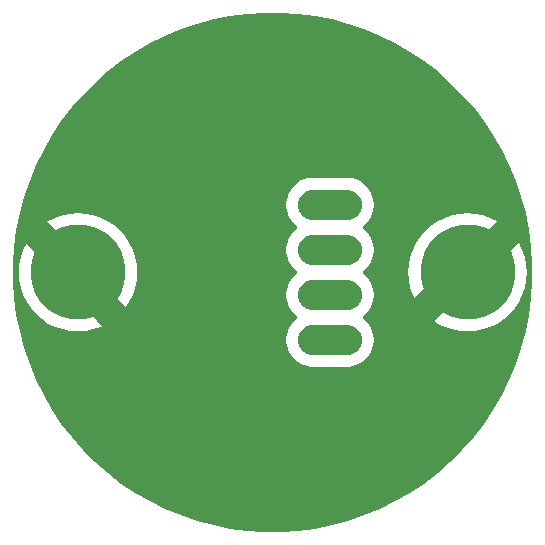
<source format=gbl>
G04*
G04 #@! TF.GenerationSoftware,Altium Limited,Altium Designer,20.1.8 (145)*
G04*
G04 Layer_Physical_Order=2*
G04 Layer_Color=16711680*
%FSTAX43Y43*%
%MOMM*%
G71*
G04*
G04 #@! TF.SameCoordinates,0318B61A-49BA-4F8C-BAE3-27BA42813BB3*
G04*
G04*
G04 #@! TF.FilePolarity,Positive*
G04*
G01*
G75*
%ADD13C,2.500*%
%ADD14C,2.200*%
%ADD15C,8.000*%
G36*
X0097157Y0096897D02*
X0098584Y0096709D01*
X0099996Y0096428D01*
X0101387Y0096055D01*
X010275Y0095593D01*
X0104081Y0095042D01*
X0105372Y0094405D01*
X0106619Y0093685D01*
X0107816Y0092885D01*
X0108958Y0092008D01*
X0110041Y0091059D01*
X0111059Y0090041D01*
X0112008Y0088958D01*
X0112885Y0087816D01*
X0113685Y0086619D01*
X0114405Y0085372D01*
X0115042Y0084081D01*
X0115593Y008275D01*
X0116055Y0081387D01*
X0116428Y0079996D01*
X0116709Y0078584D01*
X0116897Y0077157D01*
X0116991Y007572D01*
Y0075D01*
Y007428D01*
X0116897Y0072843D01*
X0116709Y0071416D01*
X0116428Y0070004D01*
X0116055Y0068613D01*
X0115593Y0067249D01*
X0115042Y0065919D01*
X0114405Y0064628D01*
X0113685Y0063381D01*
X0112885Y0062184D01*
X0112008Y0061042D01*
X0111059Y0059959D01*
X0110041Y0058941D01*
X0108958Y0057992D01*
X0107816Y0057115D01*
X0106619Y0056315D01*
X0105372Y0055595D01*
X0104081Y0054958D01*
X010275Y0054407D01*
X0101387Y0053945D01*
X0099996Y0053572D01*
X0098584Y0053291D01*
X0097157Y0053103D01*
X009572Y0053009D01*
X009428D01*
X0092843Y0053103D01*
X0091416Y0053291D01*
X0090004Y0053572D01*
X0088613Y0053945D01*
X008725Y0054407D01*
X0085919Y0054958D01*
X0084628Y0055595D01*
X0083381Y0056315D01*
X0082184Y0057115D01*
X0081042Y0057992D01*
X0079959Y0058941D01*
X0078941Y0059959D01*
X0077992Y0061042D01*
X0077115Y0062184D01*
X0076315Y0063381D01*
X0075595Y0064628D01*
X0074958Y0065919D01*
X0074407Y0067249D01*
X0073945Y0068613D01*
X0073572Y0070004D01*
X0073291Y0071416D01*
X0073103Y0072843D01*
X0073009Y007428D01*
Y0075D01*
Y007572D01*
X0073103Y0077157D01*
X0073291Y0078584D01*
X0073572Y0079996D01*
X0073945Y0081387D01*
X0074407Y008275D01*
X0074958Y0084081D01*
X0075595Y0085372D01*
X0076315Y0086619D01*
X0077115Y0087816D01*
X0077992Y0088958D01*
X0078941Y0090041D01*
X0079959Y0091059D01*
X0081042Y0092008D01*
X0082184Y0092885D01*
X0083381Y0093685D01*
X0084628Y0094405D01*
X0085919Y0095042D01*
X008725Y0095593D01*
X0088613Y0096055D01*
X0090004Y0096428D01*
X0091416Y0096709D01*
X0092843Y0096897D01*
X009428Y0096991D01*
X009572D01*
X0097157Y0096897D01*
D02*
G37*
%LPC*%
G36*
X01115Y0080011D02*
X0110846Y0079968D01*
X0110203Y007984D01*
X0109582Y0079629D01*
X0108995Y0079339D01*
X010845Y0078975D01*
X0107957Y0078543D01*
X0107525Y007805D01*
X0107161Y0077505D01*
X0106871Y0076918D01*
X010666Y0076297D01*
X0106532Y0075654D01*
X0106489Y0075D01*
X0106532Y0074346D01*
X010666Y0073703D01*
X0106871Y0073082D01*
X0107161Y0072495D01*
X0107525Y007195D01*
X0107957Y0071457D01*
X010845Y0071025D01*
X0108995Y0070661D01*
X0109582Y0070371D01*
X0110203Y007016D01*
X0110846Y0070032D01*
X01115Y0069989D01*
X0112154Y0070032D01*
X0112797Y007016D01*
X0113418Y0070371D01*
X0114005Y0070661D01*
X011455Y0071025D01*
X0115043Y0071457D01*
X0115475Y007195D01*
X0115839Y0072495D01*
X0116129Y0073082D01*
X011634Y0073703D01*
X0116468Y0074346D01*
X0116511Y0075D01*
X0116468Y0075654D01*
X011634Y0076297D01*
X0116129Y0076918D01*
X0115839Y0077505D01*
X0115475Y007805D01*
X0115043Y0078543D01*
X011455Y0078975D01*
X0114005Y0079339D01*
X0113418Y0079629D01*
X0112797Y007984D01*
X0112154Y0079968D01*
X01115Y0080011D01*
D02*
G37*
G36*
X00785D02*
X0077846Y0079968D01*
X0077203Y007984D01*
X0076582Y0079629D01*
X0075995Y0079339D01*
X007545Y0078975D01*
X0074957Y0078543D01*
X0074525Y007805D01*
X0074161Y0077505D01*
X0073871Y0076918D01*
X007366Y0076297D01*
X0073532Y0075654D01*
X0073489Y0075D01*
X0073532Y0074346D01*
X007366Y0073703D01*
X0073871Y0073082D01*
X0074161Y0072495D01*
X0074525Y007195D01*
X0074957Y0071457D01*
X007545Y0071025D01*
X0075995Y0070661D01*
X0076582Y0070371D01*
X0077203Y007016D01*
X0077846Y0070032D01*
X00785Y0069989D01*
X0079154Y0070032D01*
X0079797Y007016D01*
X0080418Y0070371D01*
X0081005Y0070661D01*
X008155Y0071025D01*
X0082043Y0071457D01*
X0082475Y007195D01*
X0082839Y0072495D01*
X0083129Y0073082D01*
X008334Y0073703D01*
X0083468Y0074346D01*
X0083511Y0075D01*
X0083468Y0075654D01*
X008334Y0076297D01*
X0083129Y0076918D01*
X0082839Y0077505D01*
X0082475Y007805D01*
X0082043Y0078543D01*
X008155Y0078975D01*
X0081005Y0079339D01*
X0080418Y0079629D01*
X0079797Y007984D01*
X0079154Y0079968D01*
X00785Y0080011D01*
D02*
G37*
G36*
X0101423Y0082998D02*
X0098257D01*
X0097996Y0082964D01*
X0097672Y0082877D01*
X0097428Y0082776D01*
X0097138Y0082609D01*
X0096929Y0082448D01*
X0096691Y0082211D01*
X0096531Y0082002D01*
X0096363Y0081711D01*
X0096363Y0081711D01*
X0096263Y0081468D01*
X0096176Y0081144D01*
X0096141Y0080883D01*
Y0080547D01*
X0096176Y0080286D01*
X0096263Y0079962D01*
X0096363Y0079719D01*
X0096531Y0079428D01*
X0096691Y0079219D01*
X0096929Y0078982D01*
X0097048Y007889D01*
Y007873D01*
X0096929Y0078638D01*
X0096691Y0078401D01*
X0096531Y0078192D01*
X0096363Y0077901D01*
X0096363Y0077901D01*
X0096263Y0077658D01*
X0096176Y0077334D01*
X0096141Y0077073D01*
Y0076737D01*
X0096176Y0076476D01*
X0096263Y0076152D01*
X0096363Y0075909D01*
X0096531Y0075618D01*
X0096691Y0075409D01*
X0096929Y0075172D01*
X0097048Y007508D01*
Y007492D01*
X0096929Y0074828D01*
X0096691Y0074591D01*
X0096531Y0074382D01*
X0096363Y0074091D01*
X0096363Y0074091D01*
X0096263Y0073848D01*
X0096176Y0073524D01*
X0096141Y0073263D01*
Y0072927D01*
X0096176Y0072666D01*
X0096263Y0072342D01*
X0096363Y0072099D01*
X0096531Y0071808D01*
X0096691Y0071599D01*
X0096929Y0071362D01*
X0097048Y007127D01*
Y007111D01*
X0096929Y0071018D01*
X0096691Y0070781D01*
X0096531Y0070572D01*
X0096363Y0070281D01*
X0096363Y0070281D01*
X0096263Y0070038D01*
X0096176Y0069714D01*
X0096141Y0069453D01*
Y0069117D01*
X0096176Y0068856D01*
X0096263Y0068532D01*
X0096363Y0068289D01*
X0096531Y0067998D01*
X0096691Y0067789D01*
X0096929Y0067552D01*
X0097138Y0067391D01*
X0097428Y0067224D01*
X0097428Y0067224D01*
X0097672Y0067123D01*
X0097996Y0067036D01*
X0098257Y0067002D01*
X0101423D01*
X0101684Y0067036D01*
X0102008Y0067123D01*
X0102251Y0067224D01*
X0102542Y0067391D01*
X0102751Y0067552D01*
X0102988Y0067789D01*
X0103148Y0067998D01*
X0103316Y0068289D01*
X0103417Y0068532D01*
X0103504Y0068856D01*
X0103538Y0069117D01*
Y0069453D01*
X0103504Y0069714D01*
X0103417Y0070038D01*
X0103316Y0070281D01*
X0103148Y0070572D01*
X0102988Y0070781D01*
X0102751Y0071018D01*
X0102631Y007111D01*
Y007127D01*
X0102751Y0071362D01*
X0102988Y0071599D01*
X0103148Y0071808D01*
X0103316Y0072099D01*
X0103417Y0072342D01*
X0103504Y0072666D01*
X0103538Y0072927D01*
Y0073263D01*
X0103504Y0073524D01*
X0103417Y0073848D01*
X0103316Y0074091D01*
X0103148Y0074382D01*
X0102988Y0074591D01*
X0102751Y0074828D01*
X0102631Y007492D01*
Y007508D01*
X0102751Y0075172D01*
X0102988Y0075409D01*
X0103148Y0075618D01*
X0103316Y0075909D01*
X0103417Y0076152D01*
X0103504Y0076476D01*
X0103538Y0076737D01*
Y0077073D01*
X0103504Y0077334D01*
X0103417Y0077658D01*
X0103316Y0077901D01*
X0103148Y0078192D01*
X0102988Y0078401D01*
X0102751Y0078638D01*
X0102631Y007873D01*
Y007889D01*
X0102751Y0078982D01*
X0102988Y0079219D01*
X0103148Y0079428D01*
X0103316Y0079719D01*
X0103417Y0079962D01*
X0103504Y0080286D01*
X0103538Y0080547D01*
Y0080883D01*
X0103504Y0081144D01*
X0103417Y0081468D01*
X0103316Y0081711D01*
X0103148Y0082002D01*
X0102988Y0082211D01*
X0102751Y0082448D01*
X0102542Y0082609D01*
X0102251Y0082776D01*
X0102008Y0082877D01*
X0101684Y0082964D01*
X0101423Y0082998D01*
D02*
G37*
%LPD*%
G36*
X0101747Y0081903D02*
X0102037Y0081735D01*
X0102275Y0081498D01*
X0102443Y0081207D01*
X0102529Y0080883D01*
Y0080547D01*
X0102443Y0080223D01*
X0102275Y0079932D01*
X0102037Y0079695D01*
X0101747Y0079527D01*
X0101423Y007944D01*
X0098257D01*
X0097933Y0079527D01*
X0097642Y0079695D01*
X0097405Y0079932D01*
X0097237Y0080223D01*
X009715Y0080547D01*
Y0080883D01*
X0097237Y0081207D01*
X0097405Y0081498D01*
X0097642Y0081735D01*
X0097933Y0081903D01*
X0098257Y008199D01*
X0101423D01*
X0101747Y0081903D01*
D02*
G37*
G36*
Y0078093D02*
X0102037Y0077925D01*
X0102275Y0077688D01*
X0102443Y0077397D01*
X0102529Y0077073D01*
Y0076737D01*
X0102443Y0076413D01*
X0102275Y0076122D01*
X0102037Y0075885D01*
X0101747Y0075717D01*
X0101423Y007563D01*
X0098257D01*
X0097933Y0075717D01*
X0097642Y0075885D01*
X0097405Y0076122D01*
X0097237Y0076413D01*
X009715Y0076737D01*
Y0077073D01*
X0097237Y0077397D01*
X0097405Y0077688D01*
X0097642Y0077925D01*
X0097933Y0078093D01*
X0098257Y007818D01*
X0101423D01*
X0101747Y0078093D01*
D02*
G37*
G36*
Y0074283D02*
X0102037Y0074115D01*
X0102275Y0073878D01*
X0102443Y0073587D01*
X0102529Y0073263D01*
Y0072927D01*
X0102443Y0072603D01*
X0102275Y0072312D01*
X0102037Y0072075D01*
X0101747Y0071907D01*
X0101423Y007182D01*
X0098257D01*
X0097933Y0071907D01*
X0097642Y0072075D01*
X0097405Y0072312D01*
X0097237Y0072603D01*
X009715Y0072927D01*
Y0073263D01*
X0097237Y0073587D01*
X0097405Y0073878D01*
X0097642Y0074115D01*
X0097933Y0074283D01*
X0098257Y007437D01*
X0101423D01*
X0101747Y0074283D01*
D02*
G37*
G36*
Y0070473D02*
X0102037Y0070305D01*
X0102275Y0070068D01*
X0102443Y0069777D01*
X0102529Y0069453D01*
Y0069117D01*
X0102443Y0068793D01*
X0102275Y0068502D01*
X0102037Y0068265D01*
X0101747Y0068097D01*
X0101423Y006801D01*
X0098257D01*
X0097933Y0068097D01*
X0097642Y0068265D01*
X0097405Y0068502D01*
X0097237Y0068793D01*
X009715Y0069117D01*
Y0069453D01*
X0097237Y0069777D01*
X0097405Y0070068D01*
X0097642Y0070305D01*
X0097933Y0070473D01*
X0098257Y007056D01*
X0101423D01*
X0101747Y0070473D01*
D02*
G37*
D13*
X0074838Y00785D02*
X0078338Y0075D01*
Y00745D02*
X0081838Y0071D01*
X01075Y00715D02*
X0111Y0075D01*
X01115D01*
X0115Y00785D01*
D14*
X00984Y0080715D02*
D03*
Y0076905D02*
D03*
Y0073095D02*
D03*
Y0069285D02*
D03*
D15*
X01115Y0075D02*
D03*
X00785D02*
D03*
M02*

</source>
